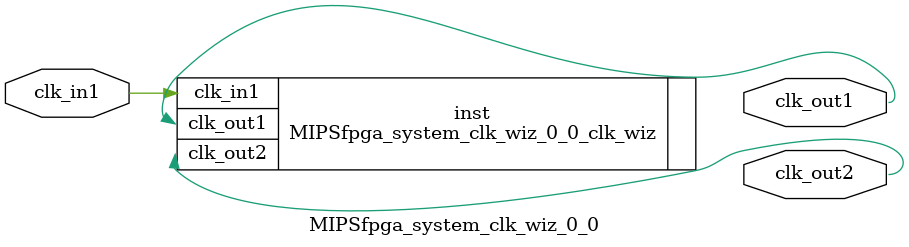
<source format=v>


`timescale 1ps/1ps

(* CORE_GENERATION_INFO = "MIPSfpga_system_clk_wiz_0_0,clk_wiz_v6_0_1_0_0,{component_name=MIPSfpga_system_clk_wiz_0_0,use_phase_alignment=true,use_min_o_jitter=false,use_max_i_jitter=false,use_dyn_phase_shift=false,use_inclk_switchover=false,use_dyn_reconfig=false,enable_axi=0,feedback_source=FDBK_AUTO,PRIMITIVE=PLL,num_out_clk=2,clkin1_period=10.000,clkin2_period=10.000,use_power_down=false,use_reset=false,use_locked=false,use_inclk_stopped=false,feedback_type=SINGLE,CLOCK_MGR_TYPE=NA,manual_override=false}" *)

module MIPSfpga_system_clk_wiz_0_0 
 (
  // Clock out ports
  output        clk_out1,
  output        clk_out2,
 // Clock in ports
  input         clk_in1
 );

  MIPSfpga_system_clk_wiz_0_0_clk_wiz inst
  (
  // Clock out ports  
  .clk_out1(clk_out1),
  .clk_out2(clk_out2),
 // Clock in ports
  .clk_in1(clk_in1)
  );

endmodule

</source>
